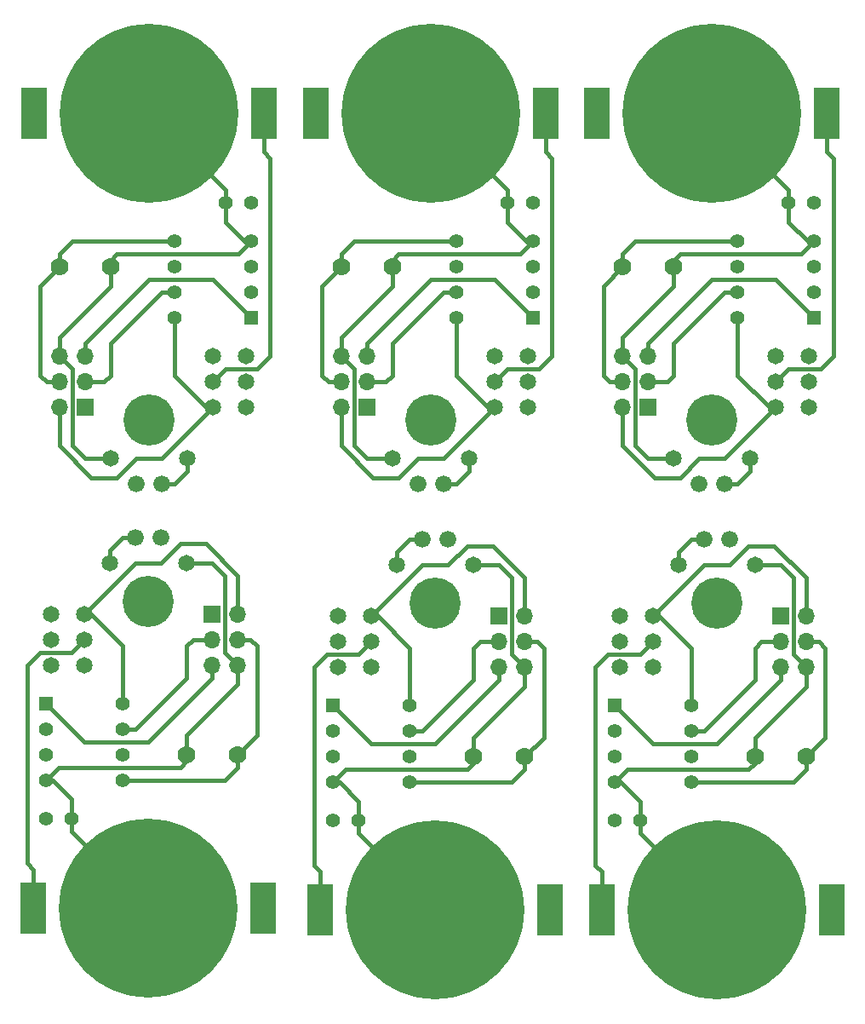
<source format=gtl>
%MOIN*%
%OFA0B0*%
%FSLAX46Y46*%
%IPPOS*%
%LPD*%
%ADD10C,0.005905511811023622*%
%ADD11C,0.065*%
%ADD12R,0.055000000000000007X0.055000000000000007*%
%ADD13C,0.055000000000000007*%
%ADD14R,0.066929133858267723X0.066929133858267723*%
%ADD15O,0.066929133858267723X0.066929133858267723*%
%ADD16C,0.07*%
%ADD17C,0.70000000000000007*%
%ADD18R,0.1X0.2*%
%ADD19C,0.2*%
%ADD20C,0.066*%
%ADD21C,0.016*%
%ADD22C,0.024000000000000004*%
%ADD33C,0.005905511811023622*%
%ADD34C,0.065*%
%ADD35R,0.055000000000000007X0.055000000000000007*%
%ADD36C,0.055000000000000007*%
%ADD37R,0.066929133858267723X0.066929133858267723*%
%ADD38O,0.066929133858267723X0.066929133858267723*%
%ADD39C,0.07*%
%ADD40C,0.70000000000000007*%
%ADD41R,0.1X0.2*%
%ADD42C,0.2*%
%ADD43C,0.066*%
%ADD44C,0.016*%
%ADD45C,0.024000000000000004*%
%ADD46C,0.005905511811023622*%
%ADD47C,0.065*%
%ADD48R,0.055000000000000007X0.055000000000000007*%
%ADD49C,0.055000000000000007*%
%ADD50R,0.066929133858267723X0.066929133858267723*%
%ADD51O,0.066929133858267723X0.066929133858267723*%
%ADD52C,0.07*%
%ADD53C,0.70000000000000007*%
%ADD54R,0.1X0.2*%
%ADD55C,0.2*%
%ADD56C,0.066*%
%ADD57C,0.016*%
%ADD58C,0.024000000000000004*%
%ADD59C,0.005905511811023622*%
%ADD60C,0.065*%
%ADD61R,0.055000000000000007X0.055000000000000007*%
%ADD62C,0.055000000000000007*%
%ADD63R,0.066929133858267723X0.066929133858267723*%
%ADD64O,0.066929133858267723X0.066929133858267723*%
%ADD65C,0.07*%
%ADD66C,0.70000000000000007*%
%ADD67R,0.1X0.2*%
%ADD68C,0.2*%
%ADD69C,0.066*%
%ADD70C,0.016*%
%ADD71C,0.024000000000000004*%
%ADD72C,0.005905511811023622*%
%ADD73C,0.065*%
%ADD74R,0.055000000000000007X0.055000000000000007*%
%ADD75C,0.055000000000000007*%
%ADD76R,0.066929133858267723X0.066929133858267723*%
%ADD77O,0.066929133858267723X0.066929133858267723*%
%ADD78C,0.07*%
%ADD79C,0.70000000000000007*%
%ADD80R,0.1X0.2*%
%ADD81C,0.2*%
%ADD82C,0.066*%
%ADD83C,0.016*%
%ADD84C,0.024000000000000004*%
%ADD85C,0.005905511811023622*%
%ADD86C,0.065*%
%ADD87R,0.055000000000000007X0.055000000000000007*%
%ADD88C,0.055000000000000007*%
%ADD89R,0.066929133858267723X0.066929133858267723*%
%ADD90O,0.066929133858267723X0.066929133858267723*%
%ADD91C,0.07*%
%ADD92C,0.70000000000000007*%
%ADD93R,0.1X0.2*%
%ADD94C,0.2*%
%ADD95C,0.066*%
%ADD96C,0.016*%
%ADD97C,0.024000000000000004*%
G01*
D10*
D11*
X-0005099999Y0005600000D02*
X0000250000Y0001450000D03*
X0000250000Y0001550000D03*
X0000250000Y0001350000D03*
X0000120000Y0001550000D03*
X0000120000Y0001450000D03*
X0000120000Y0001350000D03*
D12*
X0000100000Y0001200000D03*
D13*
X0000100000Y0001100000D03*
X0000100000Y0001000000D03*
X0000100000Y0000900000D03*
X0000400000Y0000900000D03*
X0000400000Y0001000000D03*
X0000400000Y0001100000D03*
X0000400000Y0001200000D03*
D14*
X0000750000Y0001550000D03*
D15*
X0000850000Y0001550000D03*
X0000750000Y0001450000D03*
X0000850000Y0001450000D03*
X0000750000Y0001350000D03*
X0000850000Y0001350000D03*
D16*
X0000850000Y0001000000D03*
X0000650000Y0001000000D03*
D17*
X0000500000Y0000400000D03*
D18*
X0000050000Y0000400000D03*
X0000950000Y0000400000D03*
D19*
X0000500000Y0001600000D03*
D11*
X0000650000Y0001750000D03*
X0000350000Y0001750000D03*
D13*
X0000100000Y0000750000D03*
X0000200000Y0000750000D03*
D20*
X0000550000Y0001850000D03*
X0000450000Y0001850000D03*
D21*
X0000250000Y0001550000D02*
X0000275000Y0001550000D01*
X0000275000Y0001550000D02*
X0000400000Y0001425000D01*
X0000400000Y0001425000D02*
X0000400000Y0001200000D01*
X0000850000Y0001550000D02*
X0000850000Y0001700000D01*
X0000450000Y0001750000D02*
X0000250000Y0001550000D01*
X0000550000Y0001750000D02*
X0000450000Y0001750000D01*
X0000625000Y0001825000D02*
X0000550000Y0001750000D01*
X0000725000Y0001825000D02*
X0000625000Y0001825000D01*
X0000850000Y0001700000D02*
X0000725000Y0001825000D01*
X0000200000Y0000750000D02*
X0000200000Y0000700000D01*
X0000200000Y0000700000D02*
X0000500000Y0000400000D01*
X0000100000Y0000900000D02*
X0000125000Y0000900000D01*
X0000125000Y0000900000D02*
X0000200000Y0000825000D01*
X0000200000Y0000825000D02*
X0000200000Y0000750000D01*
D22*
X0000500000Y0000400000D02*
X0000350000Y0000400000D01*
D21*
X0000650000Y0001000000D02*
X0000650000Y0000975000D01*
X0000650000Y0000975000D02*
X0000625000Y0000950000D01*
X0000625000Y0000950000D02*
X0000150000Y0000950000D01*
X0000150000Y0000950000D02*
X0000100000Y0000900000D01*
X0000650000Y0001000000D02*
X0000650000Y0001075000D01*
X0000850000Y0001275000D02*
X0000850000Y0001350000D01*
X0000650000Y0001075000D02*
X0000850000Y0001275000D01*
X0000850000Y0001350000D02*
X0000800000Y0001400000D01*
X0000750000Y0001750000D02*
X0000650000Y0001750000D01*
X0000800000Y0001700000D02*
X0000750000Y0001750000D01*
X0000800000Y0001400000D02*
X0000800000Y0001700000D01*
X0000050000Y0000400000D02*
X0000050000Y0000550000D01*
X0000200000Y0001400000D02*
X0000250000Y0001450000D01*
X0000075000Y0001400000D02*
X0000200000Y0001400000D01*
X0000025000Y0001350000D02*
X0000075000Y0001400000D01*
X0000025000Y0000575000D02*
X0000025000Y0001350000D01*
X0000050000Y0000550000D02*
X0000025000Y0000575000D01*
X0000350000Y0001750000D02*
X0000350000Y0001800000D01*
X0000400000Y0001850000D02*
X0000450000Y0001850000D01*
X0000350000Y0001800000D02*
X0000400000Y0001850000D01*
X0000750000Y0001350000D02*
X0000750000Y0001300000D01*
X0000250000Y0001050000D02*
X0000100000Y0001200000D01*
X0000500000Y0001050000D02*
X0000250000Y0001050000D01*
X0000750000Y0001300000D02*
X0000500000Y0001050000D01*
X0000400000Y0000900000D02*
X0000800000Y0000900000D01*
X0000850000Y0000950000D02*
X0000850000Y0001000000D01*
X0000800000Y0000900000D02*
X0000850000Y0000950000D01*
X0000850000Y0000975000D02*
X0000850000Y0001000000D01*
X0000850000Y0001000000D02*
X0000925000Y0001075000D01*
X0000900000Y0001450000D02*
X0000850000Y0001450000D01*
X0000925000Y0001425000D02*
X0000900000Y0001450000D01*
X0000925000Y0001075000D02*
X0000925000Y0001425000D01*
X0000400000Y0001100000D02*
X0000450000Y0001100000D01*
X0000675000Y0001450000D02*
X0000750000Y0001450000D01*
X0000650000Y0001425000D02*
X0000675000Y0001450000D01*
X0000650000Y0001300000D02*
X0000650000Y0001425000D01*
X0000450000Y0001100000D02*
X0000650000Y0001300000D01*
G04 next file*
G04 #@! TF.FileFunction,Copper,L1,Top,Signal*
G04 Gerber Fmt 4.6, Leading zero omitted, Abs format (unit mm)*
G04 Created by KiCad (PCBNEW 4.0.7) date 02/16/20 19:40:50*
G01*
G04 APERTURE LIST*
G04 APERTURE END LIST*
D33*
D34*
X0006102362Y-0001692913D02*
X0000752362Y0002457086D03*
X0000752362Y0002357086D03*
X0000752362Y0002557086D03*
X0000882362Y0002357086D03*
X0000882362Y0002457086D03*
X0000882362Y0002557086D03*
D35*
X0000902362Y0002707086D03*
D36*
X0000902362Y0002807086D03*
X0000902362Y0002907086D03*
X0000902362Y0003007086D03*
X0000602362Y0003007086D03*
X0000602362Y0002907086D03*
X0000602362Y0002807086D03*
X0000602362Y0002707086D03*
D37*
X0000252362Y0002357086D03*
D38*
X0000152362Y0002357086D03*
X0000252362Y0002457086D03*
X0000152362Y0002457086D03*
X0000252362Y0002557086D03*
X0000152362Y0002557086D03*
D39*
X0000152362Y0002907086D03*
X0000352362Y0002907086D03*
D40*
X0000502362Y0003507086D03*
D41*
X0000952362Y0003507086D03*
X0000052362Y0003507086D03*
D42*
X0000502362Y0002307086D03*
D34*
X0000352362Y0002157086D03*
X0000652362Y0002157086D03*
D36*
X0000902362Y0003157086D03*
X0000802362Y0003157086D03*
D43*
X0000452362Y0002057086D03*
X0000552362Y0002057086D03*
D44*
X0000752362Y0002357086D02*
X0000727362Y0002357086D01*
X0000727362Y0002357086D02*
X0000602362Y0002482086D01*
X0000602362Y0002482086D02*
X0000602362Y0002707086D01*
X0000152362Y0002357086D02*
X0000152362Y0002207086D01*
X0000552362Y0002157086D02*
X0000752362Y0002357086D01*
X0000452362Y0002157086D02*
X0000552362Y0002157086D01*
X0000377362Y0002082086D02*
X0000452362Y0002157086D01*
X0000277362Y0002082086D02*
X0000377362Y0002082086D01*
X0000152362Y0002207086D02*
X0000277362Y0002082086D01*
X0000802362Y0003157086D02*
X0000802362Y0003207086D01*
X0000802362Y0003207086D02*
X0000502362Y0003507086D01*
X0000902362Y0003007086D02*
X0000877362Y0003007086D01*
X0000877362Y0003007086D02*
X0000802362Y0003082086D01*
X0000802362Y0003082086D02*
X0000802362Y0003157086D01*
D45*
X0000502362Y0003507086D02*
X0000652362Y0003507086D01*
D44*
X0000352362Y0002907086D02*
X0000352362Y0002932086D01*
X0000352362Y0002932086D02*
X0000377362Y0002957086D01*
X0000377362Y0002957086D02*
X0000852362Y0002957086D01*
X0000852362Y0002957086D02*
X0000902362Y0003007086D01*
X0000352362Y0002907086D02*
X0000352362Y0002832086D01*
X0000152362Y0002632086D02*
X0000152362Y0002557086D01*
X0000352362Y0002832086D02*
X0000152362Y0002632086D01*
X0000152362Y0002557086D02*
X0000202362Y0002507086D01*
X0000252362Y0002157086D02*
X0000352362Y0002157086D01*
X0000202362Y0002207086D02*
X0000252362Y0002157086D01*
X0000202362Y0002507086D02*
X0000202362Y0002207086D01*
X0000952362Y0003507086D02*
X0000952362Y0003357086D01*
X0000802362Y0002507086D02*
X0000752362Y0002457086D01*
X0000927362Y0002507086D02*
X0000802362Y0002507086D01*
X0000977362Y0002557086D02*
X0000927362Y0002507086D01*
X0000977362Y0003332086D02*
X0000977362Y0002557086D01*
X0000952362Y0003357086D02*
X0000977362Y0003332086D01*
X0000652362Y0002157086D02*
X0000652362Y0002107086D01*
X0000602362Y0002057086D02*
X0000552362Y0002057086D01*
X0000652362Y0002107086D02*
X0000602362Y0002057086D01*
X0000252362Y0002557086D02*
X0000252362Y0002607086D01*
X0000752362Y0002857086D02*
X0000902362Y0002707086D01*
X0000502362Y0002857086D02*
X0000752362Y0002857086D01*
X0000252362Y0002607086D02*
X0000502362Y0002857086D01*
X0000602362Y0003007086D02*
X0000202362Y0003007086D01*
X0000152362Y0002957086D02*
X0000152362Y0002907086D01*
X0000202362Y0003007086D02*
X0000152362Y0002957086D01*
X0000152362Y0002932086D02*
X0000152362Y0002907086D01*
X0000152362Y0002907086D02*
X0000077362Y0002832086D01*
X0000102362Y0002457086D02*
X0000152362Y0002457086D01*
X0000077362Y0002482086D02*
X0000102362Y0002457086D01*
X0000077362Y0002832086D02*
X0000077362Y0002482086D01*
X0000602362Y0002807086D02*
X0000552362Y0002807086D01*
X0000327362Y0002457086D02*
X0000252362Y0002457086D01*
X0000352362Y0002482086D02*
X0000327362Y0002457086D01*
X0000352362Y0002607086D02*
X0000352362Y0002482086D01*
X0000552362Y0002807086D02*
X0000352362Y0002607086D01*
G04 next file*
G04 #@! TF.FileFunction,Copper,L1,Top,Signal*
G04 Gerber Fmt 4.6, Leading zero omitted, Abs format (unit mm)*
G04 Created by KiCad (PCBNEW 4.0.7) date 02/16/20 19:40:50*
G01*
G04 APERTURE LIST*
G04 APERTURE END LIST*
D46*
D47*
X-0003976377Y0005590551D02*
X0001373622Y0001440551D03*
X0001373622Y0001540551D03*
X0001373622Y0001340551D03*
X0001243622Y0001540551D03*
X0001243622Y0001440551D03*
X0001243622Y0001340551D03*
D48*
X0001223622Y0001190551D03*
D49*
X0001223622Y0001090551D03*
X0001223622Y0000990551D03*
X0001223622Y0000890551D03*
X0001523622Y0000890551D03*
X0001523622Y0000990551D03*
X0001523622Y0001090551D03*
X0001523622Y0001190551D03*
D50*
X0001873622Y0001540551D03*
D51*
X0001973622Y0001540551D03*
X0001873622Y0001440551D03*
X0001973622Y0001440551D03*
X0001873622Y0001340551D03*
X0001973622Y0001340551D03*
D52*
X0001973622Y0000990551D03*
X0001773622Y0000990551D03*
D53*
X0001623622Y0000390551D03*
D54*
X0001173622Y0000390551D03*
X0002073622Y0000390551D03*
D55*
X0001623622Y0001590551D03*
D47*
X0001773622Y0001740551D03*
X0001473622Y0001740551D03*
D49*
X0001223622Y0000740551D03*
X0001323622Y0000740551D03*
D56*
X0001673622Y0001840551D03*
X0001573622Y0001840551D03*
D57*
X0001373622Y0001540551D02*
X0001398622Y0001540551D01*
X0001398622Y0001540551D02*
X0001523622Y0001415551D01*
X0001523622Y0001415551D02*
X0001523622Y0001190551D01*
X0001973622Y0001540551D02*
X0001973622Y0001690551D01*
X0001573622Y0001740551D02*
X0001373622Y0001540551D01*
X0001673622Y0001740551D02*
X0001573622Y0001740551D01*
X0001748622Y0001815551D02*
X0001673622Y0001740551D01*
X0001848622Y0001815551D02*
X0001748622Y0001815551D01*
X0001973622Y0001690551D02*
X0001848622Y0001815551D01*
X0001323622Y0000740551D02*
X0001323622Y0000690551D01*
X0001323622Y0000690551D02*
X0001623622Y0000390551D01*
X0001223622Y0000890551D02*
X0001248622Y0000890551D01*
X0001248622Y0000890551D02*
X0001323622Y0000815551D01*
X0001323622Y0000815551D02*
X0001323622Y0000740551D01*
D58*
X0001623622Y0000390551D02*
X0001473622Y0000390551D01*
D57*
X0001773622Y0000990551D02*
X0001773622Y0000965551D01*
X0001773622Y0000965551D02*
X0001748622Y0000940551D01*
X0001748622Y0000940551D02*
X0001273622Y0000940551D01*
X0001273622Y0000940551D02*
X0001223622Y0000890551D01*
X0001773622Y0000990551D02*
X0001773622Y0001065551D01*
X0001973622Y0001265551D02*
X0001973622Y0001340551D01*
X0001773622Y0001065551D02*
X0001973622Y0001265551D01*
X0001973622Y0001340551D02*
X0001923622Y0001390551D01*
X0001873622Y0001740551D02*
X0001773622Y0001740551D01*
X0001923622Y0001690551D02*
X0001873622Y0001740551D01*
X0001923622Y0001390551D02*
X0001923622Y0001690551D01*
X0001173622Y0000390551D02*
X0001173622Y0000540551D01*
X0001323622Y0001390551D02*
X0001373622Y0001440551D01*
X0001198622Y0001390551D02*
X0001323622Y0001390551D01*
X0001148622Y0001340551D02*
X0001198622Y0001390551D01*
X0001148622Y0000565551D02*
X0001148622Y0001340551D01*
X0001173622Y0000540551D02*
X0001148622Y0000565551D01*
X0001473622Y0001740551D02*
X0001473622Y0001790551D01*
X0001523622Y0001840551D02*
X0001573622Y0001840551D01*
X0001473622Y0001790551D02*
X0001523622Y0001840551D01*
X0001873622Y0001340551D02*
X0001873622Y0001290551D01*
X0001373622Y0001040551D02*
X0001223622Y0001190551D01*
X0001623622Y0001040551D02*
X0001373622Y0001040551D01*
X0001873622Y0001290551D02*
X0001623622Y0001040551D01*
X0001523622Y0000890551D02*
X0001923622Y0000890551D01*
X0001973622Y0000940551D02*
X0001973622Y0000990551D01*
X0001923622Y0000890551D02*
X0001973622Y0000940551D01*
X0001973622Y0000965551D02*
X0001973622Y0000990551D01*
X0001973622Y0000990551D02*
X0002048622Y0001065551D01*
X0002023622Y0001440551D02*
X0001973622Y0001440551D01*
X0002048622Y0001415551D02*
X0002023622Y0001440551D01*
X0002048622Y0001065551D02*
X0002048622Y0001415551D01*
X0001523622Y0001090551D02*
X0001573622Y0001090551D01*
X0001798622Y0001440551D02*
X0001873622Y0001440551D01*
X0001773622Y0001415551D02*
X0001798622Y0001440551D01*
X0001773622Y0001290551D02*
X0001773622Y0001415551D01*
X0001573622Y0001090551D02*
X0001773622Y0001290551D01*
G04 next file*
G04 #@! TF.FileFunction,Copper,L1,Top,Signal*
G04 Gerber Fmt 4.6, Leading zero omitted, Abs format (unit mm)*
G04 Created by KiCad (PCBNEW 4.0.7) date 02/16/20 19:40:50*
G01*
G04 APERTURE LIST*
G04 APERTURE END LIST*
D59*
D60*
X-0002874015Y0005590551D02*
X0002475984Y0001440551D03*
X0002475984Y0001540551D03*
X0002475984Y0001340551D03*
X0002345984Y0001540551D03*
X0002345984Y0001440551D03*
X0002345984Y0001340551D03*
D61*
X0002325984Y0001190551D03*
D62*
X0002325984Y0001090551D03*
X0002325984Y0000990551D03*
X0002325984Y0000890551D03*
X0002625984Y0000890551D03*
X0002625984Y0000990551D03*
X0002625984Y0001090551D03*
X0002625984Y0001190551D03*
D63*
X0002975984Y0001540551D03*
D64*
X0003075984Y0001540551D03*
X0002975984Y0001440551D03*
X0003075984Y0001440551D03*
X0002975984Y0001340551D03*
X0003075984Y0001340551D03*
D65*
X0003075984Y0000990551D03*
X0002875984Y0000990551D03*
D66*
X0002725984Y0000390551D03*
D67*
X0002275984Y0000390551D03*
X0003175984Y0000390551D03*
D68*
X0002725984Y0001590551D03*
D60*
X0002875984Y0001740551D03*
X0002575984Y0001740551D03*
D62*
X0002325984Y0000740551D03*
X0002425984Y0000740551D03*
D69*
X0002775984Y0001840551D03*
X0002675984Y0001840551D03*
D70*
X0002475984Y0001540551D02*
X0002500984Y0001540551D01*
X0002500984Y0001540551D02*
X0002625984Y0001415551D01*
X0002625984Y0001415551D02*
X0002625984Y0001190551D01*
X0003075984Y0001540551D02*
X0003075984Y0001690551D01*
X0002675984Y0001740551D02*
X0002475984Y0001540551D01*
X0002775984Y0001740551D02*
X0002675984Y0001740551D01*
X0002850984Y0001815551D02*
X0002775984Y0001740551D01*
X0002950984Y0001815551D02*
X0002850984Y0001815551D01*
X0003075984Y0001690551D02*
X0002950984Y0001815551D01*
X0002425984Y0000740551D02*
X0002425984Y0000690551D01*
X0002425984Y0000690551D02*
X0002725984Y0000390551D01*
X0002325984Y0000890551D02*
X0002350984Y0000890551D01*
X0002350984Y0000890551D02*
X0002425984Y0000815551D01*
X0002425984Y0000815551D02*
X0002425984Y0000740551D01*
D71*
X0002725984Y0000390551D02*
X0002575984Y0000390551D01*
D70*
X0002875984Y0000990551D02*
X0002875984Y0000965551D01*
X0002875984Y0000965551D02*
X0002850984Y0000940551D01*
X0002850984Y0000940551D02*
X0002375984Y0000940551D01*
X0002375984Y0000940551D02*
X0002325984Y0000890551D01*
X0002875984Y0000990551D02*
X0002875984Y0001065551D01*
X0003075984Y0001265551D02*
X0003075984Y0001340551D01*
X0002875984Y0001065551D02*
X0003075984Y0001265551D01*
X0003075984Y0001340551D02*
X0003025984Y0001390551D01*
X0002975984Y0001740551D02*
X0002875984Y0001740551D01*
X0003025984Y0001690551D02*
X0002975984Y0001740551D01*
X0003025984Y0001390551D02*
X0003025984Y0001690551D01*
X0002275984Y0000390551D02*
X0002275984Y0000540551D01*
X0002425984Y0001390551D02*
X0002475984Y0001440551D01*
X0002300984Y0001390551D02*
X0002425984Y0001390551D01*
X0002250984Y0001340551D02*
X0002300984Y0001390551D01*
X0002250984Y0000565551D02*
X0002250984Y0001340551D01*
X0002275984Y0000540551D02*
X0002250984Y0000565551D01*
X0002575984Y0001740551D02*
X0002575984Y0001790551D01*
X0002625984Y0001840551D02*
X0002675984Y0001840551D01*
X0002575984Y0001790551D02*
X0002625984Y0001840551D01*
X0002975984Y0001340551D02*
X0002975984Y0001290551D01*
X0002475984Y0001040551D02*
X0002325984Y0001190551D01*
X0002725984Y0001040551D02*
X0002475984Y0001040551D01*
X0002975984Y0001290551D02*
X0002725984Y0001040551D01*
X0002625984Y0000890551D02*
X0003025984Y0000890551D01*
X0003075984Y0000940551D02*
X0003075984Y0000990551D01*
X0003025984Y0000890551D02*
X0003075984Y0000940551D01*
X0003075984Y0000965551D02*
X0003075984Y0000990551D01*
X0003075984Y0000990551D02*
X0003150984Y0001065551D01*
X0003125984Y0001440551D02*
X0003075984Y0001440551D01*
X0003150984Y0001415551D02*
X0003125984Y0001440551D01*
X0003150984Y0001065551D02*
X0003150984Y0001415551D01*
X0002625984Y0001090551D02*
X0002675984Y0001090551D01*
X0002900984Y0001440551D02*
X0002975984Y0001440551D01*
X0002875984Y0001415551D02*
X0002900984Y0001440551D01*
X0002875984Y0001290551D02*
X0002875984Y0001415551D01*
X0002675984Y0001090551D02*
X0002875984Y0001290551D01*
G04 next file*
G04 #@! TF.FileFunction,Copper,L1,Top,Signal*
G04 Gerber Fmt 4.6, Leading zero omitted, Abs format (unit mm)*
G04 Created by KiCad (PCBNEW 4.0.7) date 02/16/20 19:40:50*
G01*
G04 APERTURE LIST*
G04 APERTURE END LIST*
D72*
D73*
X0007204724Y-0001692913D02*
X0001854724Y0002457086D03*
X0001854724Y0002357086D03*
X0001854724Y0002557086D03*
X0001984724Y0002357086D03*
X0001984724Y0002457086D03*
X0001984724Y0002557086D03*
D74*
X0002004724Y0002707086D03*
D75*
X0002004724Y0002807086D03*
X0002004724Y0002907086D03*
X0002004724Y0003007086D03*
X0001704724Y0003007086D03*
X0001704724Y0002907086D03*
X0001704724Y0002807086D03*
X0001704724Y0002707086D03*
D76*
X0001354724Y0002357086D03*
D77*
X0001254724Y0002357086D03*
X0001354724Y0002457086D03*
X0001254724Y0002457086D03*
X0001354724Y0002557086D03*
X0001254724Y0002557086D03*
D78*
X0001254724Y0002907086D03*
X0001454724Y0002907086D03*
D79*
X0001604724Y0003507086D03*
D80*
X0002054724Y0003507086D03*
X0001154724Y0003507086D03*
D81*
X0001604724Y0002307086D03*
D73*
X0001454724Y0002157086D03*
X0001754724Y0002157086D03*
D75*
X0002004724Y0003157086D03*
X0001904724Y0003157086D03*
D82*
X0001554724Y0002057086D03*
X0001654724Y0002057086D03*
D83*
X0001854724Y0002357086D02*
X0001829724Y0002357086D01*
X0001829724Y0002357086D02*
X0001704724Y0002482086D01*
X0001704724Y0002482086D02*
X0001704724Y0002707086D01*
X0001254724Y0002357086D02*
X0001254724Y0002207086D01*
X0001654724Y0002157086D02*
X0001854724Y0002357086D01*
X0001554724Y0002157086D02*
X0001654724Y0002157086D01*
X0001479724Y0002082086D02*
X0001554724Y0002157086D01*
X0001379724Y0002082086D02*
X0001479724Y0002082086D01*
X0001254724Y0002207086D02*
X0001379724Y0002082086D01*
X0001904724Y0003157086D02*
X0001904724Y0003207086D01*
X0001904724Y0003207086D02*
X0001604724Y0003507086D01*
X0002004724Y0003007086D02*
X0001979724Y0003007086D01*
X0001979724Y0003007086D02*
X0001904724Y0003082086D01*
X0001904724Y0003082086D02*
X0001904724Y0003157086D01*
D84*
X0001604724Y0003507086D02*
X0001754724Y0003507086D01*
D83*
X0001454724Y0002907086D02*
X0001454724Y0002932086D01*
X0001454724Y0002932086D02*
X0001479724Y0002957086D01*
X0001479724Y0002957086D02*
X0001954724Y0002957086D01*
X0001954724Y0002957086D02*
X0002004724Y0003007086D01*
X0001454724Y0002907086D02*
X0001454724Y0002832086D01*
X0001254724Y0002632086D02*
X0001254724Y0002557086D01*
X0001454724Y0002832086D02*
X0001254724Y0002632086D01*
X0001254724Y0002557086D02*
X0001304724Y0002507086D01*
X0001354724Y0002157086D02*
X0001454724Y0002157086D01*
X0001304724Y0002207086D02*
X0001354724Y0002157086D01*
X0001304724Y0002507086D02*
X0001304724Y0002207086D01*
X0002054724Y0003507086D02*
X0002054724Y0003357086D01*
X0001904724Y0002507086D02*
X0001854724Y0002457086D01*
X0002029724Y0002507086D02*
X0001904724Y0002507086D01*
X0002079724Y0002557086D02*
X0002029724Y0002507086D01*
X0002079724Y0003332086D02*
X0002079724Y0002557086D01*
X0002054724Y0003357086D02*
X0002079724Y0003332086D01*
X0001754724Y0002157086D02*
X0001754724Y0002107086D01*
X0001704724Y0002057086D02*
X0001654724Y0002057086D01*
X0001754724Y0002107086D02*
X0001704724Y0002057086D01*
X0001354724Y0002557086D02*
X0001354724Y0002607086D01*
X0001854724Y0002857086D02*
X0002004724Y0002707086D01*
X0001604724Y0002857086D02*
X0001854724Y0002857086D01*
X0001354724Y0002607086D02*
X0001604724Y0002857086D01*
X0001704724Y0003007086D02*
X0001304724Y0003007086D01*
X0001254724Y0002957086D02*
X0001254724Y0002907086D01*
X0001304724Y0003007086D02*
X0001254724Y0002957086D01*
X0001254724Y0002932086D02*
X0001254724Y0002907086D01*
X0001254724Y0002907086D02*
X0001179724Y0002832086D01*
X0001204724Y0002457086D02*
X0001254724Y0002457086D01*
X0001179724Y0002482086D02*
X0001204724Y0002457086D01*
X0001179724Y0002832086D02*
X0001179724Y0002482086D01*
X0001704724Y0002807086D02*
X0001654724Y0002807086D01*
X0001429724Y0002457086D02*
X0001354724Y0002457086D01*
X0001454724Y0002482086D02*
X0001429724Y0002457086D01*
X0001454724Y0002607086D02*
X0001454724Y0002482086D01*
X0001654724Y0002807086D02*
X0001454724Y0002607086D01*
G04 next file*
G04 #@! TF.FileFunction,Copper,L1,Top,Signal*
G04 Gerber Fmt 4.6, Leading zero omitted, Abs format (unit mm)*
G04 Created by KiCad (PCBNEW 4.0.7) date 02/16/20 19:40:50*
G01*
G04 APERTURE LIST*
G04 APERTURE END LIST*
D85*
D86*
X0008307086Y-0001692913D02*
X0002957086Y0002457086D03*
X0002957086Y0002357086D03*
X0002957086Y0002557086D03*
X0003087086Y0002357086D03*
X0003087086Y0002457086D03*
X0003087086Y0002557086D03*
D87*
X0003107086Y0002707086D03*
D88*
X0003107086Y0002807086D03*
X0003107086Y0002907086D03*
X0003107086Y0003007086D03*
X0002807086Y0003007086D03*
X0002807086Y0002907086D03*
X0002807086Y0002807086D03*
X0002807086Y0002707086D03*
D89*
X0002457086Y0002357086D03*
D90*
X0002357086Y0002357086D03*
X0002457086Y0002457086D03*
X0002357086Y0002457086D03*
X0002457086Y0002557086D03*
X0002357086Y0002557086D03*
D91*
X0002357086Y0002907086D03*
X0002557086Y0002907086D03*
D92*
X0002707086Y0003507086D03*
D93*
X0003157086Y0003507086D03*
X0002257086Y0003507086D03*
D94*
X0002707086Y0002307086D03*
D86*
X0002557086Y0002157086D03*
X0002857086Y0002157086D03*
D88*
X0003107086Y0003157086D03*
X0003007086Y0003157086D03*
D95*
X0002657086Y0002057086D03*
X0002757086Y0002057086D03*
D96*
X0002957086Y0002357086D02*
X0002932086Y0002357086D01*
X0002932086Y0002357086D02*
X0002807086Y0002482086D01*
X0002807086Y0002482086D02*
X0002807086Y0002707086D01*
X0002357086Y0002357086D02*
X0002357086Y0002207086D01*
X0002757086Y0002157086D02*
X0002957086Y0002357086D01*
X0002657086Y0002157086D02*
X0002757086Y0002157086D01*
X0002582086Y0002082086D02*
X0002657086Y0002157086D01*
X0002482086Y0002082086D02*
X0002582086Y0002082086D01*
X0002357086Y0002207086D02*
X0002482086Y0002082086D01*
X0003007086Y0003157086D02*
X0003007086Y0003207086D01*
X0003007086Y0003207086D02*
X0002707086Y0003507086D01*
X0003107086Y0003007086D02*
X0003082086Y0003007086D01*
X0003082086Y0003007086D02*
X0003007086Y0003082086D01*
X0003007086Y0003082086D02*
X0003007086Y0003157086D01*
D97*
X0002707086Y0003507086D02*
X0002857086Y0003507086D01*
D96*
X0002557086Y0002907086D02*
X0002557086Y0002932086D01*
X0002557086Y0002932086D02*
X0002582086Y0002957086D01*
X0002582086Y0002957086D02*
X0003057086Y0002957086D01*
X0003057086Y0002957086D02*
X0003107086Y0003007086D01*
X0002557086Y0002907086D02*
X0002557086Y0002832086D01*
X0002357086Y0002632086D02*
X0002357086Y0002557086D01*
X0002557086Y0002832086D02*
X0002357086Y0002632086D01*
X0002357086Y0002557086D02*
X0002407086Y0002507086D01*
X0002457086Y0002157086D02*
X0002557086Y0002157086D01*
X0002407086Y0002207086D02*
X0002457086Y0002157086D01*
X0002407086Y0002507086D02*
X0002407086Y0002207086D01*
X0003157086Y0003507086D02*
X0003157086Y0003357086D01*
X0003007086Y0002507086D02*
X0002957086Y0002457086D01*
X0003132086Y0002507086D02*
X0003007086Y0002507086D01*
X0003182086Y0002557086D02*
X0003132086Y0002507086D01*
X0003182086Y0003332086D02*
X0003182086Y0002557086D01*
X0003157086Y0003357086D02*
X0003182086Y0003332086D01*
X0002857086Y0002157086D02*
X0002857086Y0002107086D01*
X0002807086Y0002057086D02*
X0002757086Y0002057086D01*
X0002857086Y0002107086D02*
X0002807086Y0002057086D01*
X0002457086Y0002557086D02*
X0002457086Y0002607086D01*
X0002957086Y0002857086D02*
X0003107086Y0002707086D01*
X0002707086Y0002857086D02*
X0002957086Y0002857086D01*
X0002457086Y0002607086D02*
X0002707086Y0002857086D01*
X0002807086Y0003007086D02*
X0002407086Y0003007086D01*
X0002357086Y0002957086D02*
X0002357086Y0002907086D01*
X0002407086Y0003007086D02*
X0002357086Y0002957086D01*
X0002357086Y0002932086D02*
X0002357086Y0002907086D01*
X0002357086Y0002907086D02*
X0002282086Y0002832086D01*
X0002307086Y0002457086D02*
X0002357086Y0002457086D01*
X0002282086Y0002482086D02*
X0002307086Y0002457086D01*
X0002282086Y0002832086D02*
X0002282086Y0002482086D01*
X0002807086Y0002807086D02*
X0002757086Y0002807086D01*
X0002532086Y0002457086D02*
X0002457086Y0002457086D01*
X0002557086Y0002482086D02*
X0002532086Y0002457086D01*
X0002557086Y0002607086D02*
X0002557086Y0002482086D01*
X0002757086Y0002807086D02*
X0002557086Y0002607086D01*
M02*
</source>
